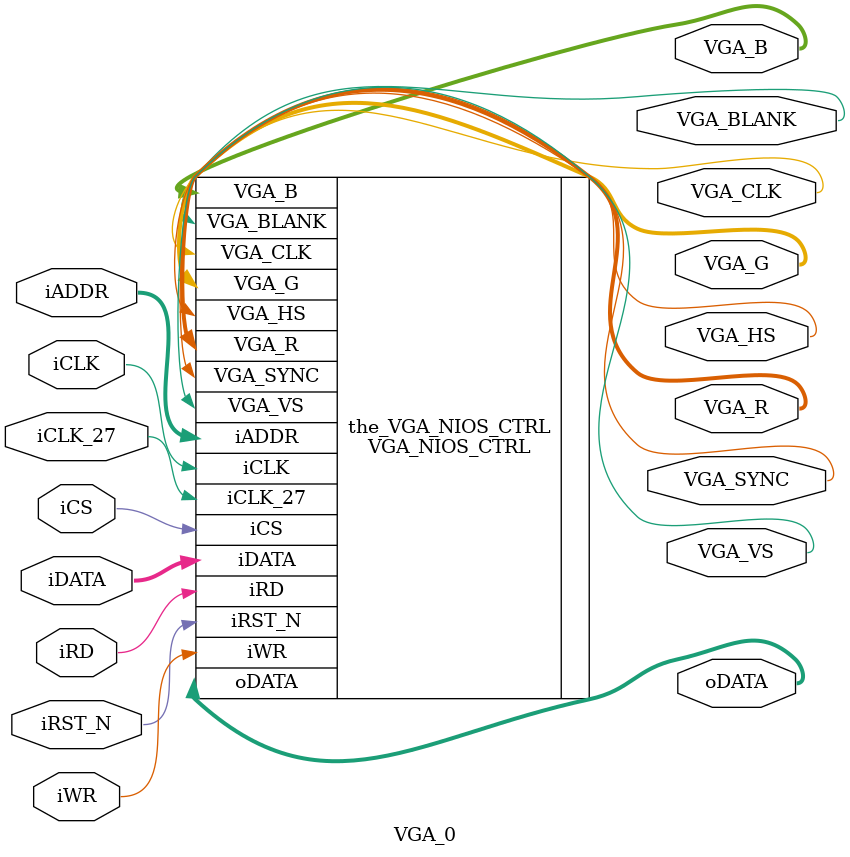
<source format=v>

`timescale 1ns / 100ps
// synthesis translate_on
module VGA_0 (
               // inputs:
                iADDR,
                iCLK,
                iCLK_27,
                iCS,
                iDATA,
                iRD,
                iRST_N,
                iWR,

               // outputs:
                VGA_B,
                VGA_BLANK,
                VGA_CLK,
                VGA_G,
                VGA_HS,
                VGA_R,
                VGA_SYNC,
                VGA_VS,
                oDATA
             );

  output  [  9: 0] VGA_B;
  output           VGA_BLANK;
  output           VGA_CLK;
  output  [  9: 0] VGA_G;
  output           VGA_HS;
  output  [  9: 0] VGA_R;
  output           VGA_SYNC;
  output           VGA_VS;
  output  [ 15: 0] oDATA;
  input   [ 18: 0] iADDR;
  input            iCLK;
  input            iCLK_27;
  input            iCS;
  input   [ 15: 0] iDATA;
  input            iRD;
  input            iRST_N;
  input            iWR;

  wire    [  9: 0] VGA_B;
  wire             VGA_BLANK;
  wire             VGA_CLK;
  wire    [  9: 0] VGA_G;
  wire             VGA_HS;
  wire    [  9: 0] VGA_R;
  wire             VGA_SYNC;
  wire             VGA_VS;
  wire    [ 15: 0] oDATA;
  VGA_NIOS_CTRL the_VGA_NIOS_CTRL
    (
      .VGA_B     (VGA_B),
      .VGA_BLANK (VGA_BLANK),
      .VGA_CLK   (VGA_CLK),
      .VGA_G     (VGA_G),
      .VGA_HS    (VGA_HS),
      .VGA_R     (VGA_R),
      .VGA_SYNC  (VGA_SYNC),
      .VGA_VS    (VGA_VS),
      .iADDR     (iADDR),
      .iCLK      (iCLK),
      .iCLK_27   (iCLK_27),
      .iCS       (iCS),
      .iDATA     (iDATA),
      .iRD       (iRD),
      .iRST_N    (iRST_N),
      .iWR       (iWR),
      .oDATA     (oDATA)
    );



endmodule


</source>
